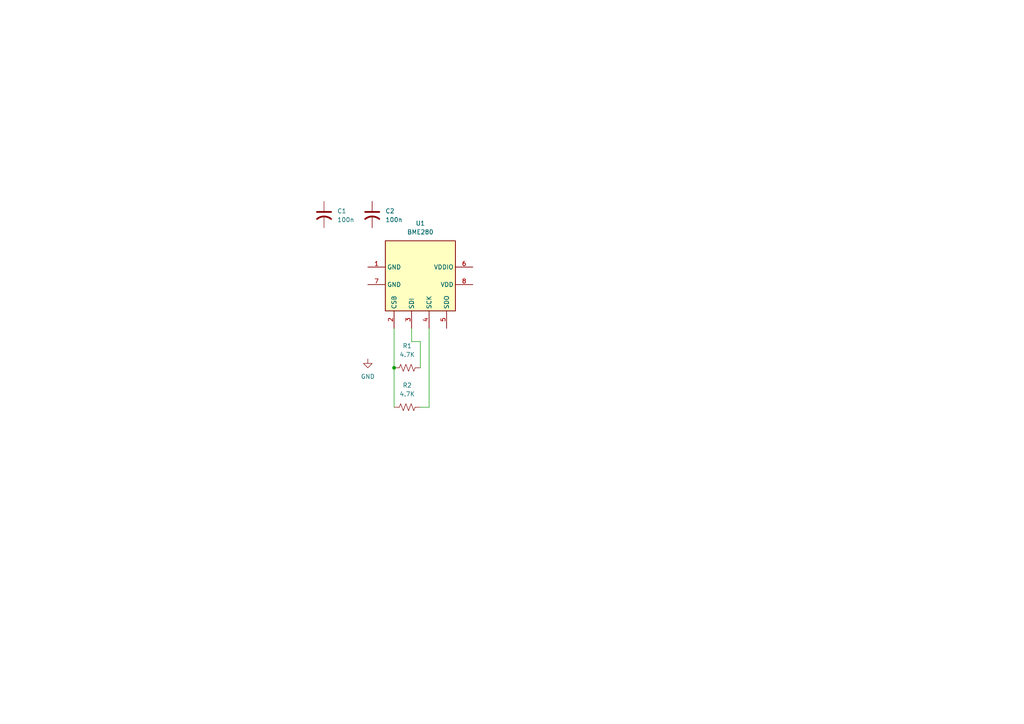
<source format=kicad_sch>
(kicad_sch (version 20250114) (generator "eeschema") (generator_version "9.0")
  (paper "A4")
  (lib_symbols
    (symbol "Device:C_US" (pin_numbers (hide yes)) (pin_names (offset 0.254) (hide yes))
      (property "Reference" "C" (at 0.635 2.54 0))
      (property "Value" "C_US" (at 0.635 -2.54 0))
      (symbol "C_US_0_1"
        (polyline (pts (xy -2.032 0.762) (xy 2.032 0.762)) (stroke (width 0.508)))
        (arc (start -2.032 -1.27) (mid 0 -0.5572) (end 2.032 -1.27) (stroke (width 0.508)))
      )
      (symbol "C_US_1_1"
        (pin passive line (at 0 3.81 270) (length 2.794) (name "~") (number "1"))
        (pin passive line (at 0 -3.81 90) (length 3.302) (name "~") (number "2"))
      )
    )
    (symbol "Device:R_US" (pin_numbers (hide yes)) (pin_names (offset 0))
      (property "Reference" "R" (at 2.54 0 90))
      (property "Value" "R_US" (at -2.54 0 90))
      (symbol "R_US_0_1"
        (polyline (pts (xy 0 2.286) (xy 0 2.54)))
        (polyline (pts (xy 0 2.286) (xy 1.016 1.905) (xy 0 1.524) (xy -1.016 1.143) (xy 0 0.762)))
        (polyline (pts (xy 0 0.762) (xy 1.016 0.381) (xy 0 0) (xy -1.016 -0.381) (xy 0 -0.762)))
        (polyline (pts (xy 0 -0.762) (xy 1.016 -1.143) (xy 0 -1.524) (xy -1.016 -1.905) (xy 0 -2.286)))
        (polyline (pts (xy 0 -2.286) (xy 0 -2.54)))
      )
      (symbol "R_US_1_1"
        (pin passive line (at 0 3.81 270) (length 1.27) (name "~") (number "1"))
        (pin passive line (at 0 -3.81 90) (length 1.27) (name "~") (number "2"))
      )
    )
    (symbol "Sensor:BME280"
      (property "Reference" "U" (at -8.89 11.43 0))
      (property "Value" "BME280" (at 7.62 11.43 0))
      (symbol "BME280_0_1"
        (rectangle (start -10.16 10.16) (end 10.16 -10.16) (stroke (width 0.254)) (fill (type background)))
      )
      (symbol "BME280_1_1"
        (pin power_in line (at -2.54 15.24 270) (length 5.08) (name "VDDIO") (number "6"))
        (pin power_in line (at -2.54 -15.24 90) (length 5.08) (name "GND") (number "1"))
        (pin power_in line (at 2.54 15.24 270) (length 5.08) (name "VDD") (number "8"))
        (pin power_in line (at 2.54 -15.24 90) (length 5.08) (name "GND") (number "7"))
        (pin bidirectional line (at 15.24 7.62 180) (length 5.08) (name "SDO") (number "5"))
        (pin input line (at 15.24 2.54 180) (length 5.08) (name "SCK") (number "4"))
        (pin bidirectional line (at 15.24 -2.54 180) (length 5.08) (name "SDI") (number "3"))
        (pin input line (at 15.24 -7.62 180) (length 5.08) (name "CSB") (number "2"))
      )
    )
    (symbol "power:GND" (power) (pin_numbers (hide yes)) (pin_names (offset 0) (hide yes))
      (property "Value" "GND" (at 0 -3.81 0))
      (symbol "GND_0_1"
        (polyline (pts (xy 0 0) (xy 0 -1.27) (xy 1.27 -1.27) (xy 0 -2.54) (xy -1.27 -1.27) (xy 0 -1.27)))
      )
      (symbol "GND_1_1"
        (pin power_in line (at 0 0 270) (length 0) (name "~") (number "1"))
      )
    )
  )
  (junction (at 114.3 106.68))
  (wire (pts (xy 124.46 95.25) (xy 124.46 118.11)))
  (wire (pts (xy 119.38 99.06) (xy 121.92 99.06)))
  (wire (pts (xy 114.3 106.68) (xy 114.3 118.11)))
  (wire (pts (xy 119.38 95.25) (xy 119.38 99.06)))
  (wire (pts (xy 124.46 118.11) (xy 121.92 118.11)))
  (wire (pts (xy 121.92 99.06) (xy 121.92 106.68)))
  (wire (pts (xy 114.3 95.25) (xy 114.3 106.68)))
  (symbol (lib_id "Device:C_US") (at 93.98 62.23 0) (unit 1)
    (property "Reference" "C1" (at 97.79 61.2139 0) (effects (justify left)))
    (property "Value" "100n" (at 97.79 63.7539 0) (effects (justify left)))
    (property "Description" "capacitor, US symbol" (effects (hide yes)))
  )
  (symbol (lib_id "Device:R_US") (at 118.11 106.68 90) (unit 1)
    (property "Reference" "R1" (at 118.11 100.33 90))
    (property "Value" "4.7K" (at 118.11 102.87 90))
    (property "Description" "Resistor, US symbol" (effects (hide yes)))
  )
  (symbol (lib_id "Device:R_US") (at 118.11 118.11 90) (unit 1)
    (property "Reference" "R2" (at 118.11 111.76 90))
    (property "Value" "4.7K" (at 118.11 114.3 90))
    (property "Description" "Resistor, US symbol" (effects (hide yes)))
  )
  (symbol (lib_id "Sensor:BME280") (at 121.92 80.01 270) (unit 1)
    (property "Reference" "U1" (at 121.92 64.77 90))
    (property "Value" "BME280" (at 121.92 67.31 90))
    (property "Footprint" "Package_LGA:Bosch_LGA-8_2.5x2.5mm_P0.65mm_ClockwisePinNumbering" (effects (hide yes)))
    (property "Datasheet" "https://www.bosch-sensortec.com/media/boschsensortec/downloads/datasheets/bst-bme280-ds002.pdf" (effects (hide yes)))
    (property "Description" "3-in-1 sensor, humidity, pressure, temperature, I2C and SPI interface, 1.71-3.6V, LGA-8" (effects (hide yes)))
  )
  (symbol (lib_id "power:GND") (at 106.68 104.14 0) (unit 1)
    (property "Reference" "#PWR01" (effects (hide yes)))
    (property "Value" "GND" (at 106.68 109.22 0))
    (property "Description" "Power symbol creates a global label with name \"GND\" , ground" (effects (hide yes)))
  )
  (symbol (lib_id "Device:C_US") (at 107.95 62.23 0) (unit 1)
    (property "Reference" "C2" (at 111.76 61.2139 0) (effects (justify left)))
    (property "Value" "100n" (at 111.76 63.7539 0) (effects (justify left)))
    (property "Description" "capacitor, US symbol" (effects (hide yes)))
  )
)
</source>
